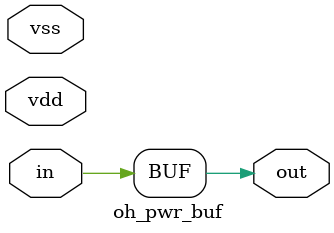
<source format=v>

module oh_pwr_buf #( parameter DW = 1) // width of data inputs
 (
   input 	   vdd, // supply (set to 1 if valid)
   input 	   vss, // ground (set to 0 if valid)
   input [DW-1:0]  in, // input signal
   output [DW-1:0] out    // buffered output signal
  );
   
`ifdef TARGET_SIM   
   assign out[DW-1:0] = ((vdd===1'b1) && (vss===1'b0)) ? in[DW-1:0]:
		                                         {(DW){1'bX}};
`else
   assign out[DW-1:0] = in[DW-1:0];
`endif
   


   
endmodule // oh_pwr_buf


</source>
